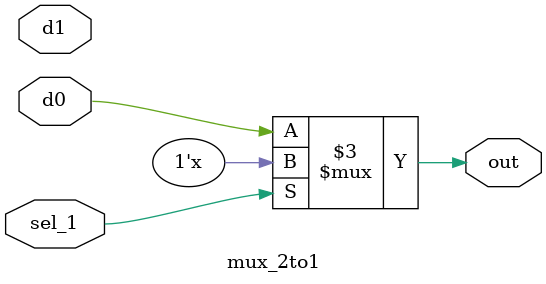
<source format=sv>
module mux_2to1 (d0, d1, sel_1, out);

	input d0,d1, sel_1;
	output out;
	reg out;
	
	always @ (sel_1 or d0 or d1)
	begin: mux_2to1
		case(sel_1)
			1'b0: out = d0;
			1'b0: out = d1;
		endcase
	end
endmodule
	

</source>
